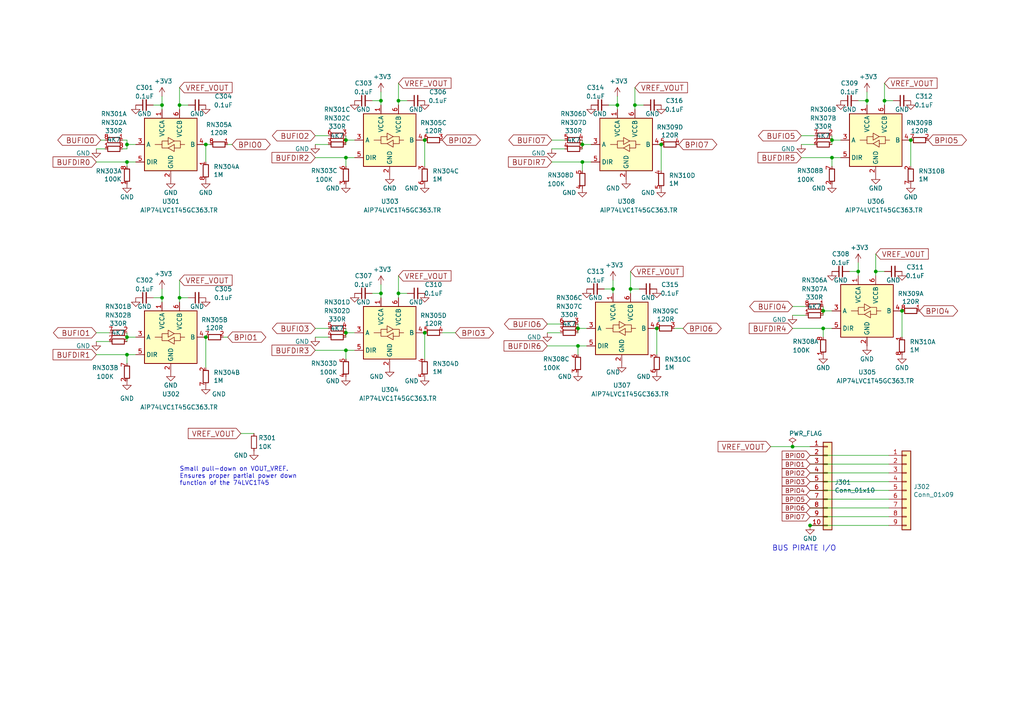
<source format=kicad_sch>
(kicad_sch (version 20250114) (generator "eeschema") (generator_version "9.0")
  (paper "A4")
  (text "Small pull-down on VOUT_VREF.\nEnsures proper partial power down \nfunction of the 74LVC1T45" (at 52.07 140.97 0) (effects (font (size 1.27 1.27)) (justify left bottom)))
  (text "BUS PIRATE I/O" (at 242.57 160.02 0) (effects (font (size 1.524 1.524)) (justify right bottom)))
  (junction (at 59.69 97.79))
  (junction (at 167.64 100.33))
  (junction (at 254 78.74))
  (junction (at 100.33 40.64))
  (junction (at 52.07 30.48))
  (junction (at 115.57 29.21))
  (junction (at 36.83 41.91))
  (junction (at 52.07 86.36))
  (junction (at 115.57 85.09))
  (junction (at 248.92 78.74))
  (junction (at 46.99 30.48))
  (junction (at 36.83 46.99))
  (junction (at 190.5 95.25))
  (junction (at 100.33 96.52))
  (junction (at 168.91 41.91))
  (junction (at 241.3 40.64))
  (junction (at 234.95 152.4))
  (junction (at 123.19 96.52))
  (junction (at 36.83 102.87))
  (junction (at 264.16 40.64))
  (junction (at 123.19 40.64))
  (junction (at 191.77 41.91))
  (junction (at 238.76 95.25))
  (junction (at 179.07 30.48))
  (junction (at 182.88 83.82))
  (junction (at 59.69 41.91))
  (junction (at 168.91 46.99))
  (junction (at 36.83 97.79))
  (junction (at 110.49 85.09))
  (junction (at 241.3 45.72))
  (junction (at 167.64 95.25))
  (junction (at 110.49 29.21))
  (junction (at 184.15 30.48))
  (junction (at 229.87 129.54))
  (junction (at 238.76 90.17))
  (junction (at 256.54 29.21))
  (junction (at 100.33 101.6))
  (junction (at 46.99 86.36))
  (junction (at 177.8 83.82))
  (junction (at 261.62 90.17))
  (junction (at 251.46 29.21))
  (junction (at 100.33 45.72))
  (wire (pts (xy 236.22 41.91) (xy 232.41 41.91)))
  (wire (pts (xy 110.49 30.48) (xy 110.49 29.21)))
  (wire (pts (xy 259.08 29.21) (xy 256.54 29.21)))
  (wire (pts (xy 234.95 149.86) (xy 257.81 149.86)))
  (wire (pts (xy 39.37 97.79) (xy 36.83 97.79)))
  (wire (pts (xy 52.07 81.28) (xy 52.07 86.36)))
  (wire (pts (xy 257.81 132.08) (xy 234.95 132.08)))
  (wire (pts (xy 36.83 102.87) (xy 27.94 102.87)))
  (wire (pts (xy 241.3 45.72) (xy 241.3 48.26)))
  (wire (pts (xy 176.53 30.48) (xy 179.07 30.48)))
  (wire (pts (xy 36.83 99.06) (xy 36.83 97.79)))
  (wire (pts (xy 123.19 104.14) (xy 123.19 96.52)))
  (wire (pts (xy 170.18 100.33) (xy 167.64 100.33)))
  (wire (pts (xy 66.04 41.91) (xy 67.31 41.91)))
  (wire (pts (xy 238.76 90.17) (xy 238.76 88.9)))
  (wire (pts (xy 163.83 40.64) (xy 160.02 40.64)))
  (wire (pts (xy 162.56 96.52) (xy 158.75 96.52)))
  (wire (pts (xy 100.33 45.72) (xy 100.33 48.26)))
  (wire (pts (xy 59.69 106.68) (xy 59.69 97.79)))
  (wire (pts (xy 100.33 45.72) (xy 91.44 45.72)))
  (wire (pts (xy 241.3 95.25) (xy 238.76 95.25)))
  (wire (pts (xy 234.95 144.78) (xy 257.81 144.78)))
  (wire (pts (xy 52.07 31.75) (xy 52.07 30.48)))
  (wire (pts (xy 246.38 78.74) (xy 248.92 78.74)))
  (wire (pts (xy 168.91 46.99) (xy 168.91 49.53)))
  (wire (pts (xy 110.49 29.21) (xy 110.49 26.67)))
  (wire (pts (xy 167.64 100.33) (xy 167.64 102.87)))
  (wire (pts (xy 54.61 30.48) (xy 52.07 30.48)))
  (wire (pts (xy 177.8 83.82) (xy 177.8 81.28)))
  (wire (pts (xy 123.19 40.64) (xy 123.19 48.26)))
  (wire (pts (xy 46.99 31.75) (xy 46.99 30.48)))
  (wire (pts (xy 95.25 95.25) (xy 91.44 95.25)))
  (wire (pts (xy 36.83 97.79) (xy 36.83 96.52)))
  (wire (pts (xy 241.3 41.91) (xy 241.3 40.64)))
  (wire (pts (xy 168.91 46.99) (xy 160.02 46.99)))
  (wire (pts (xy 236.22 39.37) (xy 232.41 39.37)))
  (wire (pts (xy 118.11 85.09) (xy 115.57 85.09)))
  (wire (pts (xy 238.76 91.44) (xy 238.76 90.17)))
  (wire (pts (xy 59.69 41.91) (xy 59.69 46.99)))
  (wire (pts (xy 171.45 46.99) (xy 168.91 46.99)))
  (wire (pts (xy 170.18 95.25) (xy 167.64 95.25)))
  (wire (pts (xy 36.83 48.26) (xy 36.83 46.99)))
  (wire (pts (xy 115.57 86.36) (xy 115.57 85.09)))
  (wire (pts (xy 175.26 83.82) (xy 177.8 83.82)))
  (wire (pts (xy 190.5 102.87) (xy 190.5 95.25)))
  (wire (pts (xy 233.68 88.9) (xy 229.87 88.9)))
  (wire (pts (xy 54.61 86.36) (xy 52.07 86.36)))
  (wire (pts (xy 128.27 96.52) (xy 132.08 96.52)))
  (wire (pts (xy 115.57 30.48) (xy 115.57 29.21)))
  (wire (pts (xy 248.92 78.74) (xy 248.92 76.2)))
  (wire (pts (xy 115.57 80.01) (xy 115.57 85.09)))
  (wire (pts (xy 179.07 30.48) (xy 179.07 27.94)))
  (wire (pts (xy 44.45 30.48) (xy 46.99 30.48)))
  (wire (pts (xy 162.56 93.98) (xy 158.75 93.98)))
  (wire (pts (xy 36.83 43.18) (xy 35.56 43.18)))
  (wire (pts (xy 243.84 40.64) (xy 241.3 40.64)))
  (wire (pts (xy 100.33 101.6) (xy 91.44 101.6)))
  (wire (pts (xy 31.75 96.52) (xy 27.94 96.52)))
  (wire (pts (xy 243.84 45.72) (xy 241.3 45.72)))
  (wire (pts (xy 69.85 125.73) (xy 73.66 125.73)))
  (wire (pts (xy 102.87 40.64) (xy 100.33 40.64)))
  (wire (pts (xy 46.99 87.63) (xy 46.99 86.36)))
  (wire (pts (xy 39.37 102.87) (xy 36.83 102.87)))
  (wire (pts (xy 60.96 41.91) (xy 59.69 41.91)))
  (wire (pts (xy 177.8 85.09) (xy 177.8 83.82)))
  (wire (pts (xy 118.11 29.21) (xy 115.57 29.21)))
  (wire (pts (xy 95.25 39.37) (xy 91.44 39.37)))
  (wire (pts (xy 110.49 86.36) (xy 110.49 85.09)))
  (wire (pts (xy 66.04 97.79) (xy 64.77 97.79)))
  (wire (pts (xy 171.45 41.91) (xy 168.91 41.91)))
  (wire (pts (xy 179.07 31.75) (xy 179.07 30.48)))
  (wire (pts (xy 115.57 24.13) (xy 115.57 29.21)))
  (wire (pts (xy 223.52 129.54) (xy 229.87 129.54)))
  (wire (pts (xy 233.68 91.44) (xy 229.87 91.44)))
  (wire (pts (xy 27.94 46.99) (xy 36.83 46.99)))
  (wire (pts (xy 30.48 40.64) (xy 29.21 40.64)))
  (wire (pts (xy 95.25 97.79) (xy 91.44 97.79)))
  (wire (pts (xy 234.95 152.4) (xy 257.81 152.4)))
  (wire (pts (xy 168.91 41.91) (xy 168.91 40.64)))
  (wire (pts (xy 241.3 45.72) (xy 232.41 45.72)))
  (wire (pts (xy 251.46 30.48) (xy 251.46 29.21)))
  (wire (pts (xy 107.95 85.09) (xy 110.49 85.09)))
  (wire (pts (xy 100.33 41.91) (xy 100.33 40.64)))
  (wire (pts (xy 36.83 40.64) (xy 35.56 40.64)))
  (wire (pts (xy 102.87 45.72) (xy 100.33 45.72)))
  (wire (pts (xy 163.83 43.18) (xy 160.02 43.18)))
  (wire (pts (xy 198.12 95.25) (xy 195.58 95.25)))
  (wire (pts (xy 234.95 139.7) (xy 257.81 139.7)))
  (wire (pts (xy 27.94 43.18) (xy 30.48 43.18)))
  (wire (pts (xy 100.33 40.64) (xy 100.33 39.37)))
  (wire (pts (xy 241.3 90.17) (xy 238.76 90.17)))
  (wire (pts (xy 256.54 78.74) (xy 254 78.74)))
  (wire (pts (xy 251.46 29.21) (xy 251.46 26.67)))
  (wire (pts (xy 234.95 137.16) (xy 257.81 137.16)))
  (wire (pts (xy 100.33 96.52) (xy 100.33 95.25)))
  (wire (pts (xy 31.75 99.06) (xy 27.94 99.06)))
  (wire (pts (xy 167.64 96.52) (xy 167.64 95.25)))
  (wire (pts (xy 168.91 43.18) (xy 168.91 41.91)))
  (wire (pts (xy 52.07 87.63) (xy 52.07 86.36)))
  (wire (pts (xy 256.54 24.13) (xy 256.54 29.21)))
  (wire (pts (xy 182.88 78.74) (xy 182.88 83.82)))
  (wire (pts (xy 185.42 83.82) (xy 182.88 83.82)))
  (wire (pts (xy 52.07 25.4) (xy 52.07 30.48)))
  (wire (pts (xy 261.62 97.79) (xy 261.62 90.17)))
  (wire (pts (xy 167.64 100.33) (xy 158.75 100.33)))
  (wire (pts (xy 46.99 86.36) (xy 46.99 83.82)))
  (wire (pts (xy 36.83 102.87) (xy 36.83 105.41)))
  (wire (pts (xy 248.92 80.01) (xy 248.92 78.74)))
  (wire (pts (xy 238.76 95.25) (xy 229.87 95.25)))
  (wire (pts (xy 36.83 43.18) (xy 36.83 41.91)))
  (wire (pts (xy 238.76 95.25) (xy 238.76 97.79)))
  (wire (pts (xy 46.99 30.48) (xy 46.99 27.94)))
  (wire (pts (xy 100.33 101.6) (xy 100.33 104.14)))
  (wire (pts (xy 191.77 41.91) (xy 191.77 49.53)))
  (wire (pts (xy 254 73.66) (xy 254 78.74)))
  (wire (pts (xy 95.25 41.91) (xy 91.44 41.91)))
  (wire (pts (xy 102.87 96.52) (xy 100.33 96.52)))
  (wire (pts (xy 241.3 40.64) (xy 241.3 39.37)))
  (wire (pts (xy 36.83 41.91) (xy 36.83 40.64)))
  (wire (pts (xy 229.87 129.54) (xy 234.95 129.54)))
  (wire (pts (xy 44.45 86.36) (xy 46.99 86.36)))
  (wire (pts (xy 100.33 97.79) (xy 100.33 96.52)))
  (wire (pts (xy 167.64 95.25) (xy 167.64 93.98)))
  (wire (pts (xy 234.95 142.24) (xy 257.81 142.24)))
  (wire (pts (xy 186.69 30.48) (xy 184.15 30.48)))
  (wire (pts (xy 184.15 25.4) (xy 184.15 30.48)))
  (wire (pts (xy 234.95 147.32) (xy 257.81 147.32)))
  (wire (pts (xy 234.95 134.62) (xy 257.81 134.62)))
  (wire (pts (xy 107.95 29.21) (xy 110.49 29.21)))
  (wire (pts (xy 248.92 29.21) (xy 251.46 29.21)))
  (wire (pts (xy 184.15 31.75) (xy 184.15 30.48)))
  (wire (pts (xy 102.87 101.6) (xy 100.33 101.6)))
  (wire (pts (xy 256.54 30.48) (xy 256.54 29.21)))
  (wire (pts (xy 36.83 46.99) (xy 39.37 46.99)))
  (wire (pts (xy 182.88 85.09) (xy 182.88 83.82)))
  (wire (pts (xy 39.37 41.91) (xy 36.83 41.91)))
  (wire (pts (xy 254 80.01) (xy 254 78.74)))
  (wire (pts (xy 110.49 85.09) (xy 110.49 82.55)))
  (wire (pts (xy 264.16 48.26) (xy 264.16 40.64)))
  (global_label "BPIO2" (shape bidirectional) (at 128.27 40.64 0) (effects (font (size 1.524 1.524))) (property "Intersheetrefs" "${INTERSHEET_REFS}" (effects (hide yes))))
  (global_label "BPIO0" (shape bidirectional) (at 67.31 41.91 0) (effects (font (size 1.524 1.524))) (property "Intersheetrefs" "${INTERSHEET_REFS}" (effects (hide yes))))
  (global_label "BPIO7" (shape bidirectional) (at 196.85 41.91 0) (effects (font (size 1.524 1.524))) (property "Intersheetrefs" "${INTERSHEET_REFS}" (effects (hide yes))))
  (global_label "BUFDIR0" (shape input) (at 27.94 46.99 180) (effects (font (size 1.524 1.524))) (property "Intersheetrefs" "${INTERSHEET_REFS}" (effects (hide yes))))
  (global_label "BUFIO5" (shape bidirectional) (at 232.41 39.37 180) (effects (font (size 1.524 1.524))) (property "Intersheetrefs" "${INTERSHEET_REFS}" (effects (hide yes))))
  (global_label "BUFIO3" (shape bidirectional) (at 91.44 95.25 180) (effects (font (size 1.524 1.524))) (property "Intersheetrefs" "${INTERSHEET_REFS}" (effects (hide yes))))
  (global_label "VREF_VOUT" (shape input) (at 223.52 129.54 180) (effects (font (size 1.524 1.524))) (property "Intersheetrefs" "${INTERSHEET_REFS}" (effects (hide yes))))
  (global_label "BUFDIR4" (shape input) (at 229.87 95.25 180) (effects (font (size 1.524 1.524))) (property "Intersheetrefs" "${INTERSHEET_REFS}" (effects (hide yes))))
  (global_label "BUFIO0" (shape bidirectional) (at 29.21 40.64 180) (effects (font (size 1.524 1.524))) (property "Intersheetrefs" "${INTERSHEET_REFS}" (effects (hide yes))))
  (global_label "VREF_VOUT" (shape input) (at 115.57 80.01 0) (effects (font (size 1.524 1.524))) (property "Intersheetrefs" "${INTERSHEET_REFS}" (effects (hide yes))))
  (global_label "BUFIO2" (shape bidirectional) (at 91.44 39.37 180) (effects (font (size 1.524 1.524))) (property "Intersheetrefs" "${INTERSHEET_REFS}" (effects (hide yes))))
  (global_label "BUFDIR3" (shape input) (at 91.44 101.6 180) (effects (font (size 1.524 1.524))) (property "Intersheetrefs" "${INTERSHEET_REFS}" (effects (hide yes))))
  (global_label "BUFIO4" (shape bidirectional) (at 229.87 88.9 180) (effects (font (size 1.524 1.524))) (property "Intersheetrefs" "${INTERSHEET_REFS}" (effects (hide yes))))
  (global_label "BPIO5" (shape bidirectional) (at 269.24 40.64 0) (effects (font (size 1.524 1.524))) (property "Intersheetrefs" "${INTERSHEET_REFS}" (effects (hide yes))))
  (global_label "BUFDIR2" (shape input) (at 91.44 45.72 180) (effects (font (size 1.524 1.524))) (property "Intersheetrefs" "${INTERSHEET_REFS}" (effects (hide yes))))
  (global_label "BPIO1" (shape bidirectional) (at 66.04 97.79 0) (effects (font (size 1.524 1.524))) (property "Intersheetrefs" "${INTERSHEET_REFS}" (effects (hide yes))))
  (global_label "BPIO1" (shape input) (at 234.95 134.62 180) (property "Intersheetrefs" "${INTERSHEET_REFS}" (effects (hide yes))))
  (global_label "VREF_VOUT" (shape input) (at 52.07 25.4 0) (effects (font (size 1.524 1.524))) (property "Intersheetrefs" "${INTERSHEET_REFS}" (effects (hide yes))))
  (global_label "VREF_VOUT" (shape input) (at 115.57 24.13 0) (effects (font (size 1.524 1.524))) (property "Intersheetrefs" "${INTERSHEET_REFS}" (effects (hide yes))))
  (global_label "BPIO4" (shape input) (at 234.95 142.24 180) (property "Intersheetrefs" "${INTERSHEET_REFS}" (effects (hide yes))))
  (global_label "BPIO4" (shape bidirectional) (at 266.7 90.17 0) (effects (font (size 1.524 1.524))) (property "Intersheetrefs" "${INTERSHEET_REFS}" (effects (hide yes))))
  (global_label "VREF_VOUT" (shape input) (at 69.85 125.73 180) (effects (font (size 1.524 1.524))) (property "Intersheetrefs" "${INTERSHEET_REFS}" (effects (hide yes))))
  (global_label "BPIO6" (shape input) (at 234.95 147.32 180) (property "Intersheetrefs" "${INTERSHEET_REFS}" (effects (hide yes))))
  (global_label "VREF_VOUT" (shape input) (at 184.15 25.4 0) (effects (font (size 1.524 1.524))) (property "Intersheetrefs" "${INTERSHEET_REFS}" (effects (hide yes))))
  (global_label "VREF_VOUT" (shape input) (at 182.88 78.74 0) (effects (font (size 1.524 1.524))) (property "Intersheetrefs" "${INTERSHEET_REFS}" (effects (hide yes))))
  (global_label "BPIO6" (shape bidirectional) (at 198.12 95.25 0) (effects (font (size 1.524 1.524))) (property "Intersheetrefs" "${INTERSHEET_REFS}" (effects (hide yes))))
  (global_label "BPIO3" (shape bidirectional) (at 132.08 96.52 0) (effects (font (size 1.524 1.524))) (property "Intersheetrefs" "${INTERSHEET_REFS}" (effects (hide yes))))
  (global_label "BUFIO1" (shape bidirectional) (at 27.94 96.52 180) (effects (font (size 1.524 1.524))) (property "Intersheetrefs" "${INTERSHEET_REFS}" (effects (hide yes))))
  (global_label "BUFDIR5" (shape input) (at 232.41 45.72 180) (effects (font (size 1.524 1.524))) (property "Intersheetrefs" "${INTERSHEET_REFS}" (effects (hide yes))))
  (global_label "VREF_VOUT" (shape input) (at 256.54 24.13 0) (effects (font (size 1.524 1.524))) (property "Intersheetrefs" "${INTERSHEET_REFS}" (effects (hide yes))))
  (global_label "BUFIO7" (shape bidirectional) (at 160.02 40.64 180) (effects (font (size 1.524 1.524))) (property "Intersheetrefs" "${INTERSHEET_REFS}" (effects (hide yes))))
  (global_label "VREF_VOUT" (shape input) (at 52.07 81.28 0) (effects (font (size 1.524 1.524))) (property "Intersheetrefs" "${INTERSHEET_REFS}" (effects (hide yes))))
  (global_label "BPIO3" (shape input) (at 234.95 139.7 180) (property "Intersheetrefs" "${INTERSHEET_REFS}" (effects (hide yes))))
  (global_label "BUFDIR1" (shape input) (at 27.94 102.87 180) (effects (font (size 1.524 1.524))) (property "Intersheetrefs" "${INTERSHEET_REFS}" (effects (hide yes))))
  (global_label "BUFDIR6" (shape input) (at 158.75 100.33 180) (effects (font (size 1.524 1.524))) (property "Intersheetrefs" "${INTERSHEET_REFS}" (effects (hide yes))))
  (global_label "VREF_VOUT" (shape input) (at 254 73.66 0) (effects (font (size 1.524 1.524))) (property "Intersheetrefs" "${INTERSHEET_REFS}" (effects (hide yes))))
  (global_label "BPIO7" (shape input) (at 234.95 149.86 180) (property "Intersheetrefs" "${INTERSHEET_REFS}" (effects (hide yes))))
  (global_label "BUFIO6" (shape bidirectional) (at 158.75 93.98 180) (effects (font (size 1.524 1.524))) (property "Intersheetrefs" "${INTERSHEET_REFS}" (effects (hide yes))))
  (global_label "BPIO0" (shape input) (at 234.95 132.08 180) (property "Intersheetrefs" "${INTERSHEET_REFS}" (effects (hide yes))))
  (global_label "BPIO2" (shape input) (at 234.95 137.16 180) (property "Intersheetrefs" "${INTERSHEET_REFS}" (effects (hide yes))))
  (global_label "BPIO5" (shape input) (at 234.95 144.78 180) (property "Intersheetrefs" "${INTERSHEET_REFS}" (effects (hide yes))))
  (global_label "BUFDIR7" (shape input) (at 160.02 46.99 180) (effects (font (size 1.524 1.524))) (property "Intersheetrefs" "${INTERSHEET_REFS}" (effects (hide yes))))
  (symbol (lib_id "power:+3V3") (at 46.99 27.94 0) (unit 1)
    (property "Reference" "#PWR0310" (effects (hide yes)))
    (property "Value" "+3V3" (at 47.371 23.5458 0))
  )
  (symbol (lib_id "Device:C_Small") (at 57.15 30.48 90) (unit 1)
    (property "Reference" "C304" (at 64.77 27.94 90))
    (property "Value" "0.1uF" (at 64.77 30.48 90))
    (property "Footprint" "Capacitor_SMD:C_0402_1005Metric" (effects (hide yes)))
    (property "RMB" "0.00628" (effects (hide yes)))
    (property "Supplier" "https://item.szlcsc.com/1877.html" (effects (hide yes)))
  )
  (symbol (lib_id "power:GND") (at 39.37 30.48 0) (unit 1)
    (property "Reference" "#PWR0307" (effects (hide yes)))
    (property "Value" "GND" (at 41.91 33.02 0))
  )
  (symbol (lib_id "power:GND") (at 59.69 30.48 0) (unit 1)
    (property "Reference" "#PWR0316" (effects (hide yes)))
    (property "Value" "GND" (at 57.15 33.02 0))
  )
  (symbol (lib_id "power:GND") (at 49.53 52.07 0) (unit 1)
    (property "Reference" "#PWR0313" (effects (hide yes)))
    (property "Value" "GND" (at 49.53 55.88 0))
  )
  (symbol (lib_id "power:GND") (at 27.94 43.18 0) (unit 1)
    (property "Reference" "#PWR0301" (effects (hide yes)))
    (property "Value" "GND" (at 24.13 44.45 0))
  )
  (symbol (lib_id "power:GND") (at 36.83 53.34 0) (unit 1)
    (property "Reference" "#PWR0304" (effects (hide yes)))
    (property "Value" "GND" (at 36.83 57.15 0))
  )
  (symbol (lib_id "power:GND") (at 59.69 52.07 0) (unit 1)
    (property "Reference" "#PWR0317" (effects (hide yes)))
    (property "Value" "GND" (at 59.69 55.88 0))
  )
  (symbol (lib_id "Device:C_Small") (at 41.91 86.36 90) (unit 1)
    (property "Reference" "C302" (at 41.91 81.28 90))
    (property "Value" "0.1uF" (at 41.91 83.82 90))
    (property "Footprint" "Capacitor_SMD:C_0402_1005Metric" (effects (hide yes)))
    (property "RMB" "0.00628" (effects (hide yes)))
    (property "Supplier" "https://item.szlcsc.com/1877.html" (effects (hide yes)))
  )
  (symbol (lib_id "Logic_LevelTranslator:SN74LVC1T45DCK") (at 49.53 97.79 0) (unit 1)
    (property "Reference" "U302" (at 46.99 114.3 0) (effects (justify left)))
    (property "Value" "AiP74LVC1T45GC363.TR" (at 40.64 118.11 0) (effects (justify left)))
    (property "Footprint" "Package_TO_SOT_SMD:SOT-363_SC-70-6" (effects (hide yes)))
    (property "Datasheet" "http://www.ti.com/lit/ds/symlink/sn74lvc1t45.pdf" (effects (hide yes)))
    (property "RMB" "1.33" (effects (hide yes)))
    (property "Supplier" "https://item.szlcsc.com/9911.html" (effects (hide yes)))
  )
  (symbol (lib_id "power:+3V3") (at 46.99 83.82 0) (unit 1)
    (property "Reference" "#PWR0311" (effects (hide yes)))
    (property "Value" "+3V3" (at 47.371 79.4258 0))
  )
  (symbol (lib_id "Device:C_Small") (at 57.15 86.36 90) (unit 1)
    (property "Reference" "C305" (at 64.77 83.82 90))
    (property "Value" "0.1uF" (at 64.77 86.36 90))
    (property "Footprint" "Capacitor_SMD:C_0402_1005Metric" (effects (hide yes)))
    (property "RMB" "0.00628" (effects (hide yes)))
    (property "Supplier" "https://item.szlcsc.com/1877.html" (effects (hide yes)))
  )
  (symbol (lib_id "power:GND") (at 39.37 86.36 0) (unit 1)
    (property "Reference" "#PWR0308" (effects (hide yes)))
    (property "Value" "GND" (at 41.91 88.9 0))
  )
  (symbol (lib_id "power:GND") (at 59.69 86.36 0) (unit 1)
    (property "Reference" "#PWR0318" (effects (hide yes)))
    (property "Value" "GND" (at 57.15 88.9 0))
  )
  (symbol (lib_id "power:GND") (at 49.53 107.95 0) (unit 1)
    (property "Reference" "#PWR0314" (effects (hide yes)))
    (property "Value" "GND" (at 49.53 111.76 0))
  )
  (symbol (lib_id "power:GND") (at 27.94 99.06 0) (unit 1)
    (property "Reference" "#PWR0302" (effects (hide yes)))
    (property "Value" "GND" (at 24.13 100.33 0))
  )
  (symbol (lib_id "power:GND") (at 36.83 110.49 0) (unit 1)
    (property "Reference" "#PWR0305" (effects (hide yes)))
    (property "Value" "GND" (at 36.83 115.57 0))
  )
  (symbol (lib_id "power:GND") (at 59.69 111.76 0) (unit 1)
    (property "Reference" "#PWR0319" (effects (hide yes)))
    (property "Value" "GND" (at 63.5 114.3 0))
  )
  (symbol (lib_id "Device:C_Small") (at 105.41 29.21 90) (unit 1)
    (property "Reference" "C303" (at 105.41 24.13 90))
    (property "Value" "0.1uF" (at 105.41 26.67 90))
    (property "Footprint" "Capacitor_SMD:C_0402_1005Metric" (effects (hide yes)))
    (property "RMB" "0.00628" (effects (hide yes)))
    (property "Supplier" "https://item.szlcsc.com/1877.html" (effects (hide yes)))
  )
  (symbol (lib_id "Logic_LevelTranslator:SN74LVC1T45DCK") (at 113.03 40.64 0) (unit 1)
    (property "Reference" "U303" (at 110.49 58.42 0) (effects (justify left)))
    (property "Value" "AiP74LVC1T45GC363.TR" (at 105.41 60.96 0) (effects (justify left)))
    (property "Footprint" "Package_TO_SOT_SMD:SOT-363_SC-70-6" (effects (hide yes)))
    (property "Datasheet" "http://www.ti.com/lit/ds/symlink/sn74lvc1t45.pdf" (effects (hide yes)))
    (property "RMB" "1.33" (effects (hide yes)))
    (property "Supplier" "https://item.szlcsc.com/9911.html" (effects (hide yes)))
  )
  (symbol (lib_id "power:+3V3") (at 110.49 26.67 0) (unit 1)
    (property "Reference" "#PWR0312" (effects (hide yes)))
    (property "Value" "+3V3" (at 110.871 22.2758 0))
  )
  (symbol (lib_id "Device:C_Small") (at 120.65 29.21 90) (unit 1)
    (property "Reference" "C306" (at 127 26.67 90))
    (property "Value" "0.1uF" (at 127 29.21 90))
    (property "Footprint" "Capacitor_SMD:C_0402_1005Metric" (effects (hide yes)))
    (property "RMB" "0.00628" (effects (hide yes)))
    (property "Supplier" "https://item.szlcsc.com/1877.html" (effects (hide yes)))
  )
  (symbol (lib_id "power:GND") (at 102.87 29.21 0) (unit 1)
    (property "Reference" "#PWR0309" (effects (hide yes)))
    (property "Value" "GND" (at 105.41 31.75 0))
  )
  (symbol (lib_id "power:GND") (at 123.19 29.21 0) (unit 1)
    (property "Reference" "#PWR0320" (effects (hide yes)))
    (property "Value" "GND" (at 120.65 31.75 0))
  )
  (symbol (lib_id "power:GND") (at 113.03 50.8 0) (unit 1)
    (property "Reference" "#PWR0315" (effects (hide yes)))
    (property "Value" "GND" (at 113.03 54.61 0))
  )
  (symbol (lib_id "power:GND") (at 91.44 41.91 0) (unit 1)
    (property "Reference" "#PWR0303" (effects (hide yes)))
    (property "Value" "GND" (at 87.63 43.18 0))
  )
  (symbol (lib_id "power:GND") (at 100.33 53.34 0) (unit 1)
    (property "Reference" "#PWR0306" (effects (hide yes)))
    (property "Value" "GND" (at 96.52 54.61 0))
  )
  (symbol (lib_id "power:GND") (at 123.19 53.34 0) (unit 1)
    (property "Reference" "#PWR0321" (effects (hide yes)))
    (property "Value" "GND" (at 119.38 54.61 0))
  )
  (symbol (lib_id "Device:C_Small") (at 105.41 85.09 90) (unit 1)
    (property "Reference" "C307" (at 105.41 80.01 90))
    (property "Value" "0.1uF" (at 105.41 82.55 90))
    (property "Footprint" "Capacitor_SMD:C_0402_1005Metric" (effects (hide yes)))
    (property "RMB" "0.00628" (effects (hide yes)))
    (property "Supplier" "https://item.szlcsc.com/1877.html" (effects (hide yes)))
  )
  (symbol (lib_id "Logic_LevelTranslator:SN74LVC1T45DCK") (at 113.03 96.52 0) (unit 1)
    (property "Reference" "U304" (at 110.49 113.03 0) (effects (justify left)))
    (property "Value" "AiP74LVC1T45GC363.TR" (at 104.14 115.57 0) (effects (justify left)))
    (property "Footprint" "Package_TO_SOT_SMD:SOT-363_SC-70-6" (effects (hide yes)))
    (property "Datasheet" "http://www.ti.com/lit/ds/symlink/sn74lvc1t45.pdf" (effects (hide yes)))
    (property "RMB" "1.33" (effects (hide yes)))
    (property "Supplier" "https://item.szlcsc.com/9911.html" (effects (hide yes)))
  )
  (symbol (lib_id "power:+3V3") (at 110.49 82.55 0) (unit 1)
    (property "Reference" "#PWR0331" (effects (hide yes)))
    (property "Value" "+3V3" (at 110.871 78.1558 0))
  )
  (symbol (lib_id "Device:C_Small") (at 120.65 85.09 90) (unit 1)
    (property "Reference" "C310" (at 125.73 82.55 90))
    (property "Value" "0.1uF" (at 125.73 85.09 90))
    (property "Footprint" "Capacitor_SMD:C_0402_1005Metric" (effects (hide yes)))
    (property "RMB" "0.00628" (effects (hide yes)))
    (property "Supplier" "https://item.szlcsc.com/1877.html" (effects (hide yes)))
  )
  (symbol (lib_id "power:GND") (at 102.87 85.09 0) (unit 1)
    (property "Reference" "#PWR0327" (effects (hide yes)))
    (property "Value" "GND" (at 105.41 87.63 0))
  )
  (symbol (lib_id "power:GND") (at 123.19 85.09 0) (unit 1)
    (property "Reference" "#PWR0337" (effects (hide yes)))
    (property "Value" "GND" (at 120.65 87.63 0))
  )
  (symbol (lib_id "power:GND") (at 113.03 106.68 0) (unit 1)
    (property "Reference" "#PWR0333" (effects (hide yes)))
    (property "Value" "GND" (at 109.22 109.22 0))
  )
  (symbol (lib_id "power:GND") (at 91.44 97.79 0) (unit 1)
    (property "Reference" "#PWR0322" (effects (hide yes)))
    (property "Value" "GND" (at 87.63 99.06 0))
  )
  (symbol (lib_id "power:GND") (at 100.33 109.22 0) (unit 1)
    (property "Reference" "#PWR0325" (effects (hide yes)))
    (property "Value" "GND" (at 96.52 110.49 0))
  )
  (symbol (lib_id "power:GND") (at 123.19 109.22 0) (unit 1)
    (property "Reference" "#PWR0338" (effects (hide yes)))
    (property "Value" "GND" (at 119.38 110.49 0))
  )
  (symbol (lib_id "Device:C_Small") (at 243.84 78.74 90) (unit 1)
    (property "Reference" "C308" (at 243.84 73.66 90))
    (property "Value" "0.1uF" (at 243.84 76.2 90))
    (property "Footprint" "Capacitor_SMD:C_0402_1005Metric" (effects (hide yes)))
    (property "RMB" "0.00628" (effects (hide yes)))
    (property "Supplier" "https://item.szlcsc.com/1877.html" (effects (hide yes)))
  )
  (symbol (lib_id "Logic_LevelTranslator:SN74LVC1T45DCK") (at 251.46 90.17 0) (unit 1)
    (property "Reference" "U305" (at 248.92 107.95 0) (effects (justify left)))
    (property "Value" "AiP74LVC1T45GC363.TR" (at 242.57 110.49 0) (effects (justify left)))
    (property "Footprint" "Package_TO_SOT_SMD:SOT-363_SC-70-6" (effects (hide yes)))
    (property "Datasheet" "http://www.ti.com/lit/ds/symlink/sn74lvc1t45.pdf" (effects (hide yes)))
    (property "RMB" "1.33" (effects (hide yes)))
    (property "Supplier" "https://item.szlcsc.com/9911.html" (effects (hide yes)))
  )
  (symbol (lib_id "power:+3V3") (at 248.92 76.2 0) (unit 1)
    (property "Reference" "#PWR0332" (effects (hide yes)))
    (property "Value" "+3V3" (at 249.301 71.8058 0))
  )
  (symbol (lib_id "Device:C_Small") (at 259.08 78.74 90) (unit 1)
    (property "Reference" "C311" (at 265.43 77.47 90))
    (property "Value" "0.1uF" (at 265.43 80.01 90))
    (property "Footprint" "Capacitor_SMD:C_0402_1005Metric" (effects (hide yes)))
    (property "RMB" "0.00628" (effects (hide yes)))
    (property "Supplier" "https://item.szlcsc.com/1877.html" (effects (hide yes)))
  )
  (symbol (lib_id "power:GND") (at 241.3 78.74 0) (unit 1)
    (property "Reference" "#PWR0329" (effects (hide yes)))
    (property "Value" "GND" (at 243.84 81.28 0))
  )
  (symbol (lib_id "power:GND") (at 261.62 78.74 0) (unit 1)
    (property "Reference" "#PWR0339" (effects (hide yes)))
    (property "Value" "GND" (at 259.08 81.28 0))
  )
  (symbol (lib_id "power:GND") (at 251.46 100.33 0) (unit 1)
    (property "Reference" "#PWR0335" (effects (hide yes)))
    (property "Value" "GND" (at 251.46 104.14 0))
  )
  (symbol (lib_id "power:GND") (at 229.87 91.44 0) (unit 1)
    (property "Reference" "#PWR0323" (effects (hide yes)))
    (property "Value" "GND" (at 226.06 92.71 0))
  )
  (symbol (lib_id "power:GND") (at 238.76 102.87 0) (unit 1)
    (property "Reference" "#PWR0326" (effects (hide yes)))
    (property "Value" "GND" (at 238.76 106.68 0))
  )
  (symbol (lib_id "power:GND") (at 261.62 102.87 0) (unit 1)
    (property "Reference" "#PWR0340" (effects (hide yes)))
    (property "Value" "GND" (at 261.62 106.68 0))
  )
  (symbol (lib_id "Device:C_Small") (at 246.38 29.21 90) (unit 1)
    (property "Reference" "C309" (at 246.38 24.13 90))
    (property "Value" "0.1uF" (at 246.38 26.67 90))
    (property "Footprint" "Capacitor_SMD:C_0402_1005Metric" (effects (hide yes)))
    (property "RMB" "0.00628" (effects (hide yes)))
    (property "Supplier" "https://item.szlcsc.com/1877.html" (effects (hide yes)))
  )
  (symbol (lib_id "Logic_LevelTranslator:SN74LVC1T45DCK") (at 254 40.64 0) (unit 1)
    (property "Reference" "U306" (at 251.46 58.42 0) (effects (justify left)))
    (property "Value" "AiP74LVC1T45GC363.TR" (at 245.11 60.96 0) (effects (justify left)))
    (property "Footprint" "Package_TO_SOT_SMD:SOT-363_SC-70-6" (effects (hide yes)))
    (property "Datasheet" "http://www.ti.com/lit/ds/symlink/sn74lvc1t45.pdf" (effects (hide yes)))
    (property "RMB" "1.33" (effects (hide yes)))
    (property "Supplier" "https://item.szlcsc.com/9911.html" (effects (hide yes)))
  )
  (symbol (lib_id "power:+3V3") (at 251.46 26.67 0) (unit 1)
    (property "Reference" "#PWR0334" (effects (hide yes)))
    (property "Value" "+3V3" (at 251.841 22.2758 0))
  )
  (symbol (lib_id "Device:C_Small") (at 261.62 29.21 90) (unit 1)
    (property "Reference" "C312" (at 267.97 27.94 90))
    (property "Value" "0.1uF" (at 267.97 30.48 90))
    (property "Footprint" "Capacitor_SMD:C_0402_1005Metric" (effects (hide yes)))
    (property "RMB" "0.00628" (effects (hide yes)))
    (property "Supplier" "https://item.szlcsc.com/1877.html" (effects (hide yes)))
  )
  (symbol (lib_id "power:GND") (at 243.84 29.21 0) (unit 1)
    (property "Reference" "#PWR0330" (effects (hide yes)))
    (property "Value" "GND" (at 246.38 31.75 0))
  )
  (symbol (lib_id "power:GND") (at 264.16 29.21 0) (unit 1)
    (property "Reference" "#PWR0341" (effects (hide yes)))
    (property "Value" "GND" (at 261.62 31.75 0))
  )
  (symbol (lib_id "power:GND") (at 254 50.8 0) (unit 1)
    (property "Reference" "#PWR0336" (effects (hide yes)))
    (property "Value" "GND" (at 254 54.61 0))
  )
  (symbol (lib_id "power:GND") (at 232.41 41.91 0) (unit 1)
    (property "Reference" "#PWR0324" (effects (hide yes)))
    (property "Value" "GND" (at 228.6 43.18 0))
  )
  (symbol (lib_id "power:GND") (at 241.3 53.34 0) (unit 1)
    (property "Reference" "#PWR0328" (effects (hide yes)))
    (property "Value" "GND" (at 237.49 54.61 0))
  )
  (symbol (lib_id "power:GND") (at 264.16 53.34 0) (unit 1)
    (property "Reference" "#PWR0342" (effects (hide yes)))
    (property "Value" "GND" (at 264.16 57.15 0))
  )
  (symbol (lib_id "Device:C_Small") (at 172.72 83.82 90) (unit 1)
    (property "Reference" "C313" (at 172.72 78.74 90))
    (property "Value" "0.1uF" (at 172.72 81.28 90))
    (property "Footprint" "Capacitor_SMD:C_0402_1005Metric" (effects (hide yes)))
    (property "RMB" "0.00628" (effects (hide yes)))
    (property "Supplier" "https://item.szlcsc.com/1877.html" (effects (hide yes)))
  )
  (symbol (lib_id "Logic_LevelTranslator:SN74LVC1T45DCK") (at 180.34 95.25 0) (unit 1)
    (property "Reference" "U307" (at 177.8 111.76 0) (effects (justify left)))
    (property "Value" "AiP74LVC1T45GC363.TR" (at 171.45 114.3 0) (effects (justify left)))
    (property "Footprint" "Package_TO_SOT_SMD:SOT-363_SC-70-6" (effects (hide yes)))
    (property "Datasheet" "http://www.ti.com/lit/ds/symlink/sn74lvc1t45.pdf" (effects (hide yes)))
    (property "RMB" "1.33" (effects (hide yes)))
    (property "Supplier" "https://item.szlcsc.com/9911.html" (effects (hide yes)))
  )
  (symbol (lib_id "power:+3V3") (at 177.8 81.28 0) (unit 1)
    (property "Reference" "#PWR0349" (effects (hide yes)))
    (property "Value" "+3V3" (at 178.181 76.8858 0))
  )
  (symbol (lib_id "Device:C_Small") (at 187.96 83.82 90) (unit 1)
    (property "Reference" "C315" (at 194.31 82.55 90))
    (property "Value" "0.1uF" (at 194.31 85.09 90))
    (property "Footprint" "Capacitor_SMD:C_0402_1005Metric" (effects (hide yes)))
    (property "RMB" "0.00628" (effects (hide yes)))
    (property "Supplier" "https://item.szlcsc.com/1877.html" (effects (hide yes)))
  )
  (symbol (lib_id "power:GND") (at 170.18 83.82 0) (unit 1)
    (property "Reference" "#PWR0347" (effects (hide yes)))
    (property "Value" "GND" (at 172.72 86.36 0))
  )
  (symbol (lib_id "power:GND") (at 190.5 83.82 0) (unit 1)
    (property "Reference" "#PWR0354" (effects (hide yes)))
    (property "Value" "GND" (at 187.96 86.36 0))
  )
  (symbol (lib_id "power:GND") (at 180.34 105.41 0) (unit 1)
    (property "Reference" "#PWR0351" (effects (hide yes)))
    (property "Value" "GND" (at 177.8 107.95 0))
  )
  (symbol (lib_id "power:GND") (at 158.75 96.52 0) (unit 1)
    (property "Reference" "#PWR0343" (effects (hide yes)))
    (property "Value" "GND" (at 154.94 97.79 0))
  )
  (symbol (lib_id "power:GND") (at 167.64 107.95 0) (unit 1)
    (property "Reference" "#PWR0345" (effects (hide yes)))
    (property "Value" "GND" (at 163.83 109.22 0))
  )
  (symbol (lib_id "power:GND") (at 190.5 107.95 0) (unit 1)
    (property "Reference" "#PWR0355" (effects (hide yes)))
    (property "Value" "GND" (at 186.69 109.22 0))
  )
  (symbol (lib_id "Device:C_Small") (at 173.99 30.48 90) (unit 1)
    (property "Reference" "C314" (at 172.72 25.4 90))
    (property "Value" "0.1uF" (at 172.72 27.94 90))
    (property "Footprint" "Capacitor_SMD:C_0402_1005Metric" (effects (hide yes)))
    (property "RMB" "0.00628" (effects (hide yes)))
    (property "Supplier" "https://item.szlcsc.com/1877.html" (effects (hide yes)))
  )
  (symbol (lib_id "Logic_LevelTranslator:SN74LVC1T45DCK") (at 181.61 41.91 0) (unit 1)
    (property "Reference" "U308" (at 179.07 58.42 0) (effects (justify left)))
    (property "Value" "AiP74LVC1T45GC363.TR" (at 173.99 60.96 0) (effects (justify left)))
    (property "Footprint" "Package_TO_SOT_SMD:SOT-363_SC-70-6" (effects (hide yes)))
    (property "Datasheet" "http://www.ti.com/lit/ds/symlink/sn74lvc1t45.pdf" (effects (hide yes)))
    (property "RMB" "1.33" (effects (hide yes)))
    (property "Supplier" "https://item.szlcsc.com/9911.html" (effects (hide yes)))
  )
  (symbol (lib_id "power:+3V3") (at 179.07 27.94 0) (unit 1)
    (property "Reference" "#PWR0350" (effects (hide yes)))
    (property "Value" "+3V3" (at 179.451 23.5458 0))
  )
  (symbol (lib_id "Device:C_Small") (at 189.23 30.48 90) (unit 1)
    (property "Reference" "C316" (at 195.58 29.21 90))
    (property "Value" "0.1uF" (at 195.58 31.75 90))
    (property "Footprint" "Capacitor_SMD:C_0402_1005Metric" (effects (hide yes)))
    (property "RMB" "0.00628" (effects (hide yes)))
    (property "Supplier" "https://item.szlcsc.com/1877.html" (effects (hide yes)))
  )
  (symbol (lib_id "power:GND") (at 171.45 30.48 0) (unit 1)
    (property "Reference" "#PWR0348" (effects (hide yes)))
    (property "Value" "GND" (at 173.99 33.02 0))
  )
  (symbol (lib_id "power:GND") (at 191.77 30.48 0) (unit 1)
    (property "Reference" "#PWR0356" (effects (hide yes)))
    (property "Value" "GND" (at 189.23 33.02 0))
  )
  (symbol (lib_id "power:GND") (at 181.61 52.07 0) (unit 1)
    (property "Reference" "#PWR0352" (effects (hide yes)))
    (property "Value" "GND" (at 177.8 54.61 0))
  )
  (symbol (lib_id "power:GND") (at 160.02 43.18 0) (unit 1)
    (property "Reference" "#PWR0344" (effects (hide yes)))
    (property "Value" "GND" (at 156.21 44.45 0))
  )
  (symbol (lib_id "power:GND") (at 168.91 54.61 0) (unit 1)
    (property "Reference" "#PWR0346" (effects (hide yes)))
    (property "Value" "GND" (at 165.1 55.88 0))
  )
  (symbol (lib_id "power:GND") (at 191.77 54.61 0) (unit 1)
    (property "Reference" "#PWR0357" (effects (hide yes)))
    (property "Value" "GND" (at 187.96 55.88 0))
  )
  (symbol (lib_id "Device:C_Small") (at 41.91 30.48 90) (unit 1)
    (property "Reference" "C301" (at 41.91 25.4 90))
    (property "Value" "0.1uF" (at 41.91 27.94 90))
    (property "Footprint" "Capacitor_SMD:C_0402_1005Metric" (effects (hide yes)))
    (property "RMB" "0.00628" (effects (hide yes)))
    (property "Supplier" "https://item.szlcsc.com/1877.html" (effects (hide yes)))
  )
  (symbol (lib_id "Logic_LevelTranslator:SN74LVC1T45DCK") (at 49.53 41.91 0) (unit 1)
    (property "Reference" "U301" (at 46.99 58.42 0) (effects (justify left)))
    (property "Value" "AiP74LVC1T45GC363.TR" (at 40.64 60.96 0) (effects (justify left)))
    (property "Footprint" "Package_TO_SOT_SMD:SOT-363_SC-70-6" (effects (hide yes)))
    (property "Datasheet" "http://www.ti.com/lit/ds/symlink/sn74lvc1t45.pdf" (effects (hide yes)))
    (property "RMB" "1.33" (effects (hide yes)))
    (property "Supplier" "https://item.szlcsc.com/9911.html" (effects (hide yes)))
  )
  (symbol (lib_id "Connector_Generic:Conn_01x10") (at 240.03 139.7 0) (unit 1)
    (property "Reference" "J301" (at 242.062 139.9032 0) (effects (justify left)))
    (property "Value" "Conn_01x10" (at 242.062 142.2146 0) (effects (justify left)))
    (property "Footprint" "Connector_PinHeader_2.54mm:PinHeader_1x10_P2.54mm_Vertical" (effects (hide yes)))
  )
  (symbol (lib_id "power:GND") (at 234.95 152.4 0) (unit 1)
    (property "Reference" "#PWR0353" (effects (hide yes)))
    (property "Value" "GND" (at 234.95 156.21 0))
  )
  (symbol (lib_id "power:PWR_FLAG") (at 229.87 129.54 0) (unit 1)
    (property "Reference" "#FLG0301" (effects (hide yes)))
    (property "Value" "PWR_FLAG" (at 233.68 125.73 0))
  )
  (symbol (lib_id "dp-rarray:R_Array") (at 33.02 40.64 270) (unit 1)
    (property "Reference" "RN301" (at 33.02 33.02 90))
    (property "Value" "330R" (at 33.02 37.9476 90))
    (property "Footprint" "Resistor_SMD:R_Array_Convex_4x0402" (effects (hide yes)))
    (property "Datasheet" "http://www.vishay.com/docs/31509/csc.pdf" (effects (hide yes)))
    (property "RMB" "0.033552" (effects (hide yes)))
    (property "Supplier" "https://item.szlcsc.com/26241.html" (effects (hide yes)))
  )
  (symbol (lib_id "dp-rarray:R_Array") (at 33.02 43.18 90) (mirror x) (unit 1)
    (property "Reference" "RN302" (at 33.02 35.56 90))
    (property "Value" "4K7" (at 33.02 40.4876 90))
    (property "Footprint" "Resistor_SMD:R_Array_Convex_4x0402" (effects (hide yes)))
    (property "Datasheet" "http://www.vishay.com/docs/31509/csc.pdf" (effects (hide yes)))
    (property "RMB" "0.03666" (effects (hide yes)))
    (property "Supplier" "https://item.szlcsc.com/635571.html" (effects (hide yes)))
  )
  (symbol (lib_id "dp-rarray:R_Array") (at 36.83 50.8 0) (mirror x) (unit 1)
    (property "Reference" "RN303" (at 35.306 49.6316 0) (effects (justify right)))
    (property "Value" "100K" (at 35.306 51.943 0) (effects (justify right)))
    (property "Footprint" "Resistor_SMD:R_Array_Convex_4x0402" (effects (hide yes)))
    (property "Datasheet" "http://www.vishay.com/docs/31509/csc.pdf" (effects (hide yes)))
    (property "RMB" "0.020173" (effects (hide yes)))
    (property "Supplier" "https://item.szlcsc.com/728291.html" (effects (hide yes)))
  )
  (symbol (lib_id "dp-rarray:R_Array") (at 59.69 49.53 0) (unit 1)
    (property "Reference" "RN304" (at 61.9252 48.3616 0) (effects (justify left)))
    (property "Value" "1M" (at 61.9252 50.673 0) (effects (justify left)))
    (property "Footprint" "Resistor_SMD:R_Array_Convex_4x0402" (effects (hide yes)))
    (property "Datasheet" "http://www.vishay.com/docs/31509/csc.pdf" (effects (hide yes)))
    (property "RMB" "0.03666" (effects (hide yes)))
    (property "Supplier" "https://item.szlcsc.com/635571.html" (effects (hide yes)))
  )
  (symbol (lib_id "dp-rarray:R_Array") (at 63.5 41.91 270) (mirror x) (unit 1)
    (property "Reference" "RN305" (at 63.5 36.195 90))
    (property "Value" "120R" (at 63.5 38.5064 90))
    (property "Footprint" "Resistor_SMD:R_Array_Convex_4x0402" (effects (hide yes)))
    (property "Datasheet" "http://www.vishay.com/docs/31509/csc.pdf" (effects (hide yes)))
    (property "RMB" "0.033552" (effects (hide yes)))
    (property "Supplier" "https://item.szlcsc.com/26241.html" (effects (hide yes)))
  )
  (symbol (lib_id "dp-rarray:R_Array") (at 34.29 96.52 270) (unit 2)
    (property "Reference" "RN301" (at 34.29 88.9 90))
    (property "Value" "330R" (at 34.29 93.8276 90))
    (property "Footprint" "Resistor_SMD:R_Array_Convex_4x0402" (effects (hide yes)))
    (property "Datasheet" "http://www.vishay.com/docs/31509/csc.pdf" (effects (hide yes)))
    (property "RMB" "0.033552" (effects (hide yes)))
    (property "Supplier" "https://item.szlcsc.com/26241.html" (effects (hide yes)))
  )
  (symbol (lib_id "dp-rarray:R_Array") (at 34.29 99.06 90) (unit 2)
    (property "Reference" "RN302" (at 34.29 91.44 90))
    (property "Value" "4K7" (at 34.29 96.52 90))
    (property "Footprint" "Resistor_SMD:R_Array_Convex_4x0402" (effects (hide yes)))
    (property "Datasheet" "http://www.vishay.com/docs/31509/csc.pdf" (effects (hide yes)))
    (property "RMB" "0.03666" (effects (hide yes)))
    (property "Supplier" "https://item.szlcsc.com/635571.html" (effects (hide yes)))
  )
  (symbol (lib_id "dp-rarray:R_Array") (at 36.83 107.95 180) (unit 2)
    (property "Reference" "RN303" (at 26.67 106.68 0) (effects (justify right)))
    (property "Value" "100K" (at 27.94 109.22 0) (effects (justify right)))
    (property "Footprint" "Resistor_SMD:R_Array_Convex_4x0402" (effects (hide yes)))
    (property "Datasheet" "http://www.vishay.com/docs/31509/csc.pdf" (effects (hide yes)))
    (property "RMB" "0.020173" (effects (hide yes)))
    (property "Supplier" "https://item.szlcsc.com/728291.html" (effects (hide yes)))
  )
  (symbol (lib_id "dp-rarray:R_Array") (at 59.69 109.22 0) (unit 2)
    (property "Reference" "RN304" (at 61.9252 108.0516 0) (effects (justify left)))
    (property "Value" "1M" (at 61.9252 110.363 0) (effects (justify left)))
    (property "Footprint" "Resistor_SMD:R_Array_Convex_4x0402" (effects (hide yes)))
    (property "Datasheet" "http://www.vishay.com/docs/31509/csc.pdf" (effects (hide yes)))
    (property "RMB" "0.03666" (effects (hide yes)))
    (property "Supplier" "https://item.szlcsc.com/635571.html" (effects (hide yes)))
  )
  (symbol (lib_id "dp-rarray:R_Array") (at 62.23 97.79 270) (unit 2)
    (property "Reference" "RN305" (at 62.23 92.7862 90))
    (property "Value" "120R" (at 62.23 95.0976 90))
    (property "Footprint" "Resistor_SMD:R_Array_Convex_4x0402" (effects (hide yes)))
    (property "Datasheet" "http://www.vishay.com/docs/31509/csc.pdf" (effects (hide yes)))
    (property "RMB" "0.033552" (effects (hide yes)))
    (property "Supplier" "https://item.szlcsc.com/26241.html" (effects (hide yes)))
  )
  (symbol (lib_id "dp-rarray:R_Array") (at 97.79 39.37 270) (unit 3)
    (property "Reference" "RN301" (at 97.79 31.75 90))
    (property "Value" "330R" (at 97.79 36.6776 90))
    (property "Footprint" "Resistor_SMD:R_Array_Convex_4x0402" (effects (hide yes)))
    (property "Datasheet" "http://www.vishay.com/docs/31509/csc.pdf" (effects (hide yes)))
    (property "RMB" "0.033552" (effects (hide yes)))
    (property "Supplier" "https://item.szlcsc.com/26241.html" (effects (hide yes)))
  )
  (symbol (lib_id "dp-rarray:R_Array") (at 97.79 41.91 90) (unit 3)
    (property "Reference" "RN302" (at 97.79 34.29 90))
    (property "Value" "4K7" (at 97.79 39.37 90))
    (property "Footprint" "Resistor_SMD:R_Array_Convex_4x0402" (effects (hide yes)))
    (property "Datasheet" "http://www.vishay.com/docs/31509/csc.pdf" (effects (hide yes)))
    (property "RMB" "0.03666" (effects (hide yes)))
    (property "Supplier" "https://item.szlcsc.com/635571.html" (effects (hide yes)))
  )
  (symbol (lib_id "dp-rarray:R_Array") (at 100.33 50.8 180) (unit 3)
    (property "Reference" "RN303" (at 90.17 49.53 0) (effects (justify right)))
    (property "Value" "100K" (at 91.44 52.07 0) (effects (justify right)))
    (property "Footprint" "Resistor_SMD:R_Array_Convex_4x0402" (effects (hide yes)))
    (property "Datasheet" "http://www.vishay.com/docs/31509/csc.pdf" (effects (hide yes)))
    (property "RMB" "0.020173" (effects (hide yes)))
    (property "Supplier" "https://item.szlcsc.com/728291.html" (effects (hide yes)))
  )
  (symbol (lib_id "dp-rarray:R_Array") (at 123.19 50.8 0) (unit 3)
    (property "Reference" "RN304" (at 125.4252 49.6316 0) (effects (justify left)))
    (property "Value" "1M" (at 125.4252 51.943 0) (effects (justify left)))
    (property "Footprint" "Resistor_SMD:R_Array_Convex_4x0402" (effects (hide yes)))
    (property "Datasheet" "http://www.vishay.com/docs/31509/csc.pdf" (effects (hide yes)))
    (property "RMB" "0.03666" (effects (hide yes)))
    (property "Supplier" "https://item.szlcsc.com/635571.html" (effects (hide yes)))
  )
  (symbol (lib_id "dp-rarray:R_Array") (at 125.73 40.64 270) (unit 3)
    (property "Reference" "RN305" (at 125.73 35.6362 90))
    (property "Value" "120R" (at 125.73 37.9476 90))
    (property "Footprint" "Resistor_SMD:R_Array_Convex_4x0402" (effects (hide yes)))
    (property "Datasheet" "http://www.vishay.com/docs/31509/csc.pdf" (effects (hide yes)))
    (property "RMB" "0.033552" (effects (hide yes)))
    (property "Supplier" "https://item.szlcsc.com/26241.html" (effects (hide yes)))
  )
  (symbol (lib_id "dp-rarray:R_Array") (at 97.79 95.25 270) (unit 4)
    (property "Reference" "RN301" (at 97.79 87.63 90))
    (property "Value" "330R" (at 97.79 92.5576 90))
    (property "Footprint" "Resistor_SMD:R_Array_Convex_4x0402" (effects (hide yes)))
    (property "Datasheet" "http://www.vishay.com/docs/31509/csc.pdf" (effects (hide yes)))
    (property "RMB" "0.033552" (effects (hide yes)))
    (property "Supplier" "https://item.szlcsc.com/26241.html" (effects (hide yes)))
  )
  (symbol (lib_id "dp-rarray:R_Array") (at 166.37 40.64 270) (unit 4)
    (property "Reference" "RN306" (at 166.37 33.02 90))
    (property "Value" "330R" (at 166.37 37.9476 90))
    (property "Footprint" "Resistor_SMD:R_Array_Convex_4x0402" (effects (hide yes)))
    (property "Datasheet" "http://www.vishay.com/docs/31509/csc.pdf" (effects (hide yes)))
    (property "RMB" "0.033552" (effects (hide yes)))
    (property "Supplier" "https://item.szlcsc.com/26241.html" (effects (hide yes)))
  )
  (symbol (lib_id "dp-rarray:R_Array") (at 97.79 97.79 90) (unit 4)
    (property "Reference" "RN302" (at 97.79 90.17 90))
    (property "Value" "4K7" (at 97.79 95.25 90))
    (property "Footprint" "Resistor_SMD:R_Array_Convex_4x0402" (effects (hide yes)))
    (property "Datasheet" "http://www.vishay.com/docs/31509/csc.pdf" (effects (hide yes)))
    (property "RMB" "0.03666" (effects (hide yes)))
    (property "Supplier" "https://item.szlcsc.com/635571.html" (effects (hide yes)))
  )
  (symbol (lib_id "dp-rarray:R_Array") (at 100.33 106.68 180) (unit 4)
    (property "Reference" "RN303" (at 90.17 105.41 0) (effects (justify right)))
    (property "Value" "100K" (at 92.71 107.95 0) (effects (justify right)))
    (property "Footprint" "Resistor_SMD:R_Array_Convex_4x0402" (effects (hide yes)))
    (property "Datasheet" "http://www.vishay.com/docs/31509/csc.pdf" (effects (hide yes)))
    (property "RMB" "0.020173" (effects (hide yes)))
    (property "Supplier" "https://item.szlcsc.com/728291.html" (effects (hide yes)))
  )
  (symbol (lib_id "dp-rarray:R_Array") (at 123.19 106.68 0) (unit 4)
    (property "Reference" "RN304" (at 125.4252 105.5116 0) (effects (justify left)))
    (property "Value" "1M" (at 125.4252 107.823 0) (effects (justify left)))
    (property "Footprint" "Resistor_SMD:R_Array_Convex_4x0402" (effects (hide yes)))
    (property "Datasheet" "http://www.vishay.com/docs/31509/csc.pdf" (effects (hide yes)))
    (property "RMB" "0.03666" (effects (hide yes)))
    (property "Supplier" "https://item.szlcsc.com/635571.html" (effects (hide yes)))
  )
  (symbol (lib_id "dp-rarray:R_Array") (at 125.73 96.52 270) (unit 4)
    (property "Reference" "RN305" (at 125.73 91.5162 90))
    (property "Value" "120R" (at 125.73 93.8276 90))
    (property "Footprint" "Resistor_SMD:R_Array_Convex_4x0402" (effects (hide yes)))
    (property "Datasheet" "http://www.vishay.com/docs/31509/csc.pdf" (effects (hide yes)))
    (property "RMB" "0.033552" (effects (hide yes)))
    (property "Supplier" "https://item.szlcsc.com/26241.html" (effects (hide yes)))
  )
  (symbol (lib_id "dp-rarray:R_Array") (at 194.31 41.91 270) (unit 4)
    (property "Reference" "RN309" (at 194.31 36.9062 90))
    (property "Value" "120R" (at 194.31 39.2176 90))
    (property "Footprint" "Resistor_SMD:R_Array_Convex_4x0402" (effects (hide yes)))
    (property "Datasheet" "http://www.vishay.com/docs/31509/csc.pdf" (effects (hide yes)))
    (property "RMB" "0.033552" (effects (hide yes)))
    (property "Supplier" "https://item.szlcsc.com/26241.html" (effects (hide yes)))
  )
  (symbol (lib_id "dp-rarray:R_Array") (at 191.77 52.07 0) (unit 4)
    (property "Reference" "RN310" (at 194.0052 50.9016 0) (effects (justify left)))
    (property "Value" "1M" (at 194.0052 53.213 0) (effects (justify left)))
    (property "Footprint" "Resistor_SMD:R_Array_Convex_4x0402" (effects (hide yes)))
    (property "Datasheet" "http://www.vishay.com/docs/31509/csc.pdf" (effects (hide yes)))
    (property "RMB" "0.03666" (effects (hide yes)))
    (property "Supplier" "https://item.szlcsc.com/635571.html" (effects (hide yes)))
  )
  (symbol (lib_id "dp-rarray:R_Array") (at 238.76 100.33 180) (unit 1)
    (property "Reference" "RN308" (at 229.87 99.06 0) (effects (justify right)))
    (property "Value" "100K" (at 229.87 101.6 0) (effects (justify right)))
    (property "Footprint" "Resistor_SMD:R_Array_Convex_4x0402" (effects (hide yes)))
    (property "Datasheet" "http://www.vishay.com/docs/31509/csc.pdf" (effects (hide yes)))
    (property "RMB" "0.020173" (effects (hide yes)))
    (property "Supplier" "https://item.szlcsc.com/728291.html" (effects (hide yes)))
  )
  (symbol (lib_id "dp-rarray:R_Array") (at 166.37 43.18 90) (unit 4)
    (property "Reference" "RN307" (at 166.37 35.56 90))
    (property "Value" "4K7" (at 166.37 40.64 90))
    (property "Footprint" "Resistor_SMD:R_Array_Convex_4x0402" (effects (hide yes)))
    (property "Datasheet" "http://www.vishay.com/docs/31509/csc.pdf" (effects (hide yes)))
    (property "RMB" "0.03666" (effects (hide yes)))
    (property "Supplier" "https://item.szlcsc.com/635571.html" (effects (hide yes)))
  )
  (symbol (lib_id "dp-rarray:R_Array") (at 236.22 88.9 270) (unit 1)
    (property "Reference" "RN306" (at 236.22 81.28 90))
    (property "Value" "330R" (at 236.22 86.2076 90))
    (property "Footprint" "Resistor_SMD:R_Array_Convex_4x0402" (effects (hide yes)))
    (property "Datasheet" "http://www.vishay.com/docs/31509/csc.pdf" (effects (hide yes)))
    (property "RMB" "0.033552" (effects (hide yes)))
    (property "Supplier" "https://item.szlcsc.com/26241.html" (effects (hide yes)))
  )
  (symbol (lib_id "dp-rarray:R_Array") (at 236.22 91.44 90) (unit 1)
    (property "Reference" "RN307" (at 236.22 83.82 90))
    (property "Value" "4K7" (at 236.22 88.9 90))
    (property "Footprint" "Resistor_SMD:R_Array_Convex_4x0402" (effects (hide yes)))
    (property "Datasheet" "http://www.vishay.com/docs/31509/csc.pdf" (effects (hide yes)))
    (property "RMB" "0.03666" (effects (hide yes)))
    (property "Supplier" "https://item.szlcsc.com/635571.html" (effects (hide yes)))
  )
  (symbol (lib_id "dp-rarray:R_Array") (at 241.3 50.8 180) (unit 2)
    (property "Reference" "RN308" (at 231.14 49.53 0) (effects (justify right)))
    (property "Value" "100K" (at 231.14 52.07 0) (effects (justify right)))
    (property "Footprint" "Resistor_SMD:R_Array_Convex_4x0402" (effects (hide yes)))
    (property "Datasheet" "http://www.vishay.com/docs/31509/csc.pdf" (effects (hide yes)))
    (property "RMB" "0.020173" (effects (hide yes)))
    (property "Supplier" "https://item.szlcsc.com/728291.html" (effects (hide yes)))
  )
  (symbol (lib_id "dp-rarray:R_Array") (at 261.62 100.33 0) (unit 1)
    (property "Reference" "RN310" (at 263.8552 99.1616 0) (effects (justify left)))
    (property "Value" "1M" (at 263.8552 101.473 0) (effects (justify left)))
    (property "Footprint" "Resistor_SMD:R_Array_Convex_4x0402" (effects (hide yes)))
    (property "Datasheet" "http://www.vishay.com/docs/31509/csc.pdf" (effects (hide yes)))
    (property "RMB" "0.03666" (effects (hide yes)))
    (property "Supplier" "https://item.szlcsc.com/635571.html" (effects (hide yes)))
  )
  (symbol (lib_id "dp-rarray:R_Array") (at 264.16 90.17 270) (unit 1)
    (property "Reference" "RN309" (at 264.16 85.1662 90))
    (property "Value" "120R" (at 264.16 87.4776 90))
    (property "Footprint" "Resistor_SMD:R_Array_Convex_4x0402" (effects (hide yes)))
    (property "Datasheet" "http://www.vishay.com/docs/31509/csc.pdf" (effects (hide yes)))
    (property "RMB" "0.033552" (effects (hide yes)))
    (property "Supplier" "https://item.szlcsc.com/26241.html" (effects (hide yes)))
  )
  (symbol (lib_id "dp-rarray:R_Array") (at 238.76 39.37 270) (unit 2)
    (property "Reference" "RN306" (at 238.76 31.75 90))
    (property "Value" "330R" (at 238.76 36.6776 90))
    (property "Footprint" "Resistor_SMD:R_Array_Convex_4x0402" (effects (hide yes)))
    (property "Datasheet" "http://www.vishay.com/docs/31509/csc.pdf" (effects (hide yes)))
    (property "RMB" "0.033552" (effects (hide yes)))
    (property "Supplier" "https://item.szlcsc.com/26241.html" (effects (hide yes)))
  )
  (symbol (lib_id "dp-rarray:R_Array") (at 238.76 41.91 90) (unit 2)
    (property "Reference" "RN307" (at 238.76 34.29 90))
    (property "Value" "4K7" (at 238.76 39.37 90))
    (property "Footprint" "Resistor_SMD:R_Array_Convex_4x0402" (effects (hide yes)))
    (property "Datasheet" "http://www.vishay.com/docs/31509/csc.pdf" (effects (hide yes)))
    (property "RMB" "0.03666" (effects (hide yes)))
    (property "Supplier" "https://item.szlcsc.com/635571.html" (effects (hide yes)))
  )
  (symbol (lib_id "dp-rarray:R_Array") (at 167.64 105.41 180) (unit 3)
    (property "Reference" "RN308" (at 157.48 104.14 0) (effects (justify right)))
    (property "Value" "100K" (at 157.48 106.68 0) (effects (justify right)))
    (property "Footprint" "Resistor_SMD:R_Array_Convex_4x0402" (effects (hide yes)))
    (property "Datasheet" "http://www.vishay.com/docs/31509/csc.pdf" (effects (hide yes)))
    (property "RMB" "0.020173" (effects (hide yes)))
    (property "Supplier" "https://item.szlcsc.com/728291.html" (effects (hide yes)))
  )
  (symbol (lib_id "dp-rarray:R_Array") (at 264.16 50.8 0) (unit 2)
    (property "Reference" "RN310" (at 266.3952 49.6316 0) (effects (justify left)))
    (property "Value" "1M" (at 266.3952 51.943 0) (effects (justify left)))
    (property "Footprint" "Resistor_SMD:R_Array_Convex_4x0402" (effects (hide yes)))
    (property "Datasheet" "http://www.vishay.com/docs/31509/csc.pdf" (effects (hide yes)))
    (property "RMB" "0.03666" (effects (hide yes)))
    (property "Supplier" "https://item.szlcsc.com/635571.html" (effects (hide yes)))
  )
  (symbol (lib_id "dp-rarray:R_Array") (at 266.7 40.64 270) (unit 2)
    (property "Reference" "RN309" (at 266.7 35.6362 90))
    (property "Value" "120R" (at 266.7 37.9476 90))
    (property "Footprint" "Resistor_SMD:R_Array_Convex_4x0402" (effects (hide yes)))
    (property "Datasheet" "http://www.vishay.com/docs/31509/csc.pdf" (effects (hide yes)))
    (property "RMB" "0.033552" (effects (hide yes)))
    (property "Supplier" "https://item.szlcsc.com/26241.html" (effects (hide yes)))
  )
  (symbol (lib_id "dp-rarray:R_Array") (at 165.1 93.98 270) (unit 3)
    (property "Reference" "RN306" (at 165.1 86.36 90))
    (property "Value" "330R" (at 165.1 91.2876 90))
    (property "Footprint" "Resistor_SMD:R_Array_Convex_4x0402" (effects (hide yes)))
    (property "Datasheet" "http://www.vishay.com/docs/31509/csc.pdf" (effects (hide yes)))
    (property "RMB" "0.033552" (effects (hide yes)))
    (property "Supplier" "https://item.szlcsc.com/26241.html" (effects (hide yes)))
  )
  (symbol (lib_id "dp-rarray:R_Array") (at 165.1 96.52 90) (unit 3)
    (property "Reference" "RN307" (at 165.1 88.9 90))
    (property "Value" "4K7" (at 165.1 93.98 90))
    (property "Footprint" "Resistor_SMD:R_Array_Convex_4x0402" (effects (hide yes)))
    (property "Datasheet" "http://www.vishay.com/docs/31509/csc.pdf" (effects (hide yes)))
    (property "RMB" "0.03666" (effects (hide yes)))
    (property "Supplier" "https://item.szlcsc.com/635571.html" (effects (hide yes)))
  )
  (symbol (lib_id "dp-rarray:R_Array") (at 168.91 52.07 180) (unit 4)
    (property "Reference" "RN308" (at 158.75 50.8 0) (effects (justify right)))
    (property "Value" "100K" (at 158.75 53.34 0) (effects (justify right)))
    (property "Footprint" "Resistor_SMD:R_Array_Convex_4x0402" (effects (hide yes)))
    (property "Datasheet" "http://www.vishay.com/docs/31509/csc.pdf" (effects (hide yes)))
    (property "RMB" "0.020173" (effects (hide yes)))
    (property "Supplier" "https://item.szlcsc.com/728291.html" (effects (hide yes)))
  )
  (symbol (lib_id "dp-rarray:R_Array") (at 190.5 105.41 0) (unit 3)
    (property "Reference" "RN310" (at 192.7352 104.2416 0) (effects (justify left)))
    (property "Value" "1M" (at 192.7352 106.553 0) (effects (justify left)))
    (property "Footprint" "Resistor_SMD:R_Array_Convex_4x0402" (effects (hide yes)))
    (property "Datasheet" "http://www.vishay.com/docs/31509/csc.pdf" (effects (hide yes)))
    (property "RMB" "0.03666" (effects (hide yes)))
    (property "Supplier" "https://item.szlcsc.com/635571.html" (effects (hide yes)))
  )
  (symbol (lib_id "dp-rarray:R_Array") (at 193.04 95.25 270) (unit 3)
    (property "Reference" "RN309" (at 193.04 90.2462 90))
    (property "Value" "120R" (at 193.04 92.5576 90))
    (property "Footprint" "Resistor_SMD:R_Array_Convex_4x0402" (effects (hide yes)))
    (property "Datasheet" "http://www.vishay.com/docs/31509/csc.pdf" (effects (hide yes)))
    (property "RMB" "0.033552" (effects (hide yes)))
    (property "Supplier" "https://item.szlcsc.com/26241.html" (effects (hide yes)))
  )
  (symbol (lib_id "Connector_Generic:Conn_01x09") (at 262.89 142.24 0) (unit 1)
    (property "Reference" "J302" (at 264.922 141.1732 0) (effects (justify left)))
    (property "Value" "Conn_01x09" (at 264.922 143.4846 0) (effects (justify left)))
    (property "Footprint" "Connector_JST:JST_SH_SM09B-SRSS-TB_1x09-1MP_P1.00mm_Horizontal" (effects (hide yes)))
  )
  (symbol (lib_id "power:GND") (at 73.66 130.81 0) (unit 1)
    (property "Reference" "#PWR016" (effects (hide yes)))
    (property "Value" "GND" (at 69.85 132.08 0))
  )
  (symbol (lib_id "Device:R_Small") (at 73.66 128.27 0) (unit 1)
    (property "Reference" "R301" (at 74.93 127 0) (effects (justify left)))
    (property "Value" "10K" (at 74.93 129.54 0) (effects (justify left)))
    (property "Footprint" "Resistor_SMD:R_0402_1005Metric" (effects (hide yes)))
    (property "RMB" "0.005749" (effects (hide yes)))
    (property "Supplier" "https://item.szlcsc.com/61543.html" (effects (hide yes)))
    (instances (project "REV0" (path "" (reference "R301") (unit 1)) (path "" (reference "R404") (unit 1))))
  )
)
</source>
